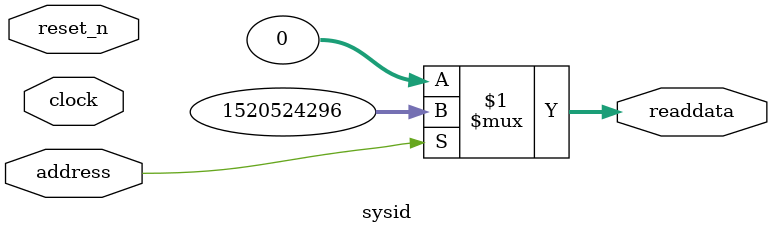
<source format=v>

`timescale 1ns / 1ps
// synthesis translate_on

// turn off superfluous verilog processor warnings 
// altera message_level Level1 
// altera message_off 10034 10035 10036 10037 10230 10240 10030 

module sysid (
               // inputs:
                address,
                clock,
                reset_n,

               // outputs:
                readdata
             )
;

  output  [ 31: 0] readdata;
  input            address;
  input            clock;
  input            reset_n;

  wire    [ 31: 0] readdata;
  //control_slave, which is an e_avalon_slave
  assign readdata = address ? 1520524296 : 0;

endmodule


</source>
